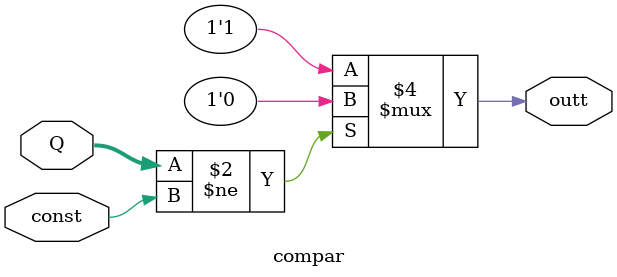
<source format=v>
`timescale 1ns / 1ps


module compar(
input [3:0] Q,
input const,
output reg outt
    );
    always @(*) begin
    if(Q!=const)
    outt=0;
    else
    outt=1;
    end
endmodule

</source>
